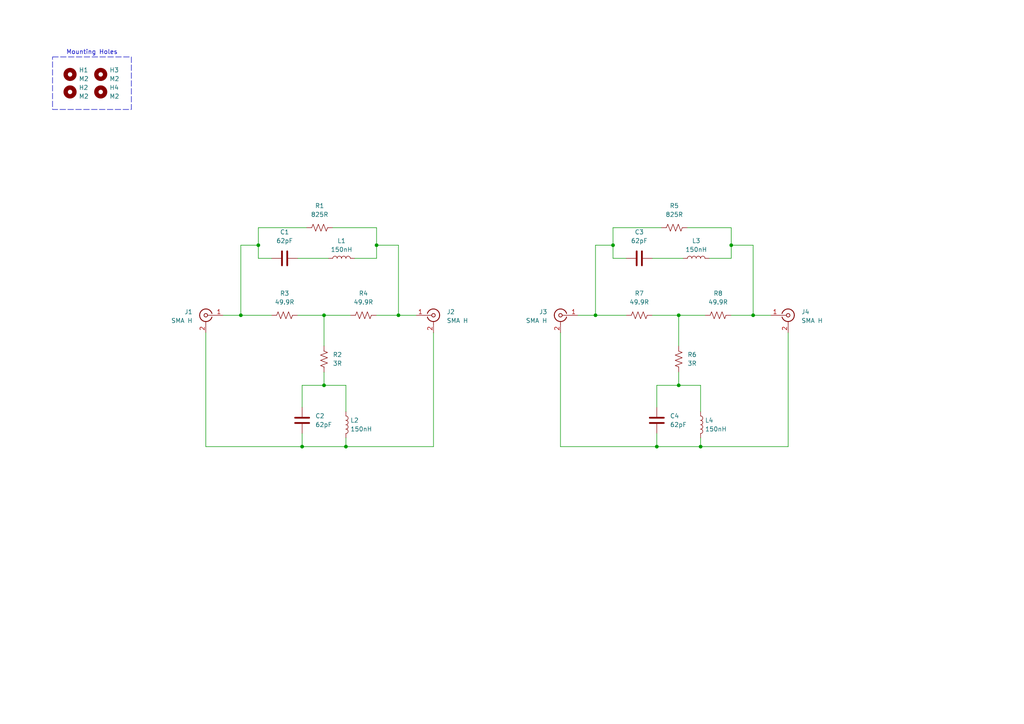
<source format=kicad_sch>
(kicad_sch (version 20231120) (generator "eeschema") (generator_version "8.0")
  (paper "A4")
  (title_block (title "Filtro de preenfasis") (date "2025-01-06") (rev "v1.1") (company "Cotti Nicolas Gabriel") (comment 1 "ncotti@frba.utn.edu.ar"))
  (lib_symbols
    (symbol "Connector:Conn_Coaxial" (pin_names (offset 1.016) hide)
      (property "Reference" "J" (at 0.254 3.048 0))
      (property "Value" "Conn_Coaxial" (at 2.921 0 90))
      (symbol "Conn_Coaxial_0_1"
        (arc (start -1.778 -0.508) (mid 0.2311 -1.8066) (end 1.778 0) (stroke (width 0.254)))
        (polyline (pts (xy -2.54 0) (xy -0.508 0)))
        (polyline (pts (xy 0 -2.54) (xy 0 -1.778)))
        (circle (center 0 0) (radius 0.508) (stroke (width 0.2032)))
        (arc (start 1.778 0) (mid 0.2099 1.8101) (end -1.778 0.508) (stroke (width 0.254)))
      )
      (symbol "Conn_Coaxial_1_1"
        (pin passive line (at -5.08 0 0) (length 2.54) (name "In") (number "1"))
        (pin passive line (at 0 -5.08 90) (length 2.54) (name "Ext") (number "2"))
      )
    )
    (symbol "Device:C" (pin_numbers hide) (pin_names (offset 0.254))
      (property "Reference" "C" (at 0.635 2.54 0))
      (property "Value" "C" (at 0.635 -2.54 0))
      (symbol "C_0_1"
        (polyline (pts (xy -2.032 -0.762) (xy 2.032 -0.762)) (stroke (width 0.508)))
        (polyline (pts (xy -2.032 0.762) (xy 2.032 0.762)) (stroke (width 0.508)))
      )
      (symbol "C_1_1"
        (pin passive line (at 0 3.81 270) (length 2.794) (name "~") (number "1"))
        (pin passive line (at 0 -3.81 90) (length 2.794) (name "~") (number "2"))
      )
    )
    (symbol "Device:L" (pin_numbers hide) (pin_names (offset 1.016) hide)
      (property "Reference" "L" (at -1.27 0 90))
      (property "Value" "L" (at 1.905 0 90))
      (symbol "L_0_1"
        (arc (start 0 -2.54) (mid 0.6323 -1.905) (end 0 -1.27))
        (arc (start 0 -1.27) (mid 0.6323 -0.635) (end 0 0))
        (arc (start 0 0) (mid 0.6323 0.635) (end 0 1.27))
        (arc (start 0 1.27) (mid 0.6323 1.905) (end 0 2.54))
      )
      (symbol "L_1_1"
        (pin passive line (at 0 3.81 270) (length 1.27) (name "1") (number "1"))
        (pin passive line (at 0 -3.81 90) (length 1.27) (name "2") (number "2"))
      )
    )
    (symbol "Device:R_US" (pin_numbers hide) (pin_names (offset 0))
      (property "Reference" "R" (at 2.54 0 90))
      (property "Value" "R_US" (at -2.54 0 90))
      (symbol "R_US_0_1"
        (polyline (pts (xy 0 -2.286) (xy 0 -2.54)))
        (polyline (pts (xy 0 2.286) (xy 0 2.54)))
        (polyline (pts (xy 0 -0.762) (xy 1.016 -1.143) (xy 0 -1.524) (xy -1.016 -1.905) (xy 0 -2.286)))
        (polyline (pts (xy 0 0.762) (xy 1.016 0.381) (xy 0 0) (xy -1.016 -0.381) (xy 0 -0.762)))
        (polyline (pts (xy 0 2.286) (xy 1.016 1.905) (xy 0 1.524) (xy -1.016 1.143) (xy 0 0.762)))
      )
      (symbol "R_US_1_1"
        (pin passive line (at 0 3.81 270) (length 1.27) (name "~") (number "1"))
        (pin passive line (at 0 -3.81 90) (length 1.27) (name "~") (number "2"))
      )
    )
    (symbol "Mechanical:MountingHole" (pin_names (offset 1.016))
      (property "Reference" "H" (at 0 5.08 0))
      (property "Value" "MountingHole" (at 0 3.175 0))
      (symbol "MountingHole_0_1"
        (circle (center 0 0) (radius 1.27) (stroke (width 1.27)))
      )
    )
  )
  (junction (at 203.2 129.54))
  (junction (at 190.5 129.54))
  (junction (at 93.98 111.76))
  (junction (at 69.85 91.44))
  (junction (at 109.22 71.12))
  (junction (at 74.93 71.12))
  (junction (at 172.72 91.44))
  (junction (at 100.33 129.54))
  (junction (at 218.44 91.44))
  (junction (at 93.98 91.44))
  (junction (at 212.09 71.12))
  (junction (at 196.85 91.44))
  (junction (at 177.8 71.12))
  (junction (at 196.85 111.76))
  (junction (at 87.63 129.54))
  (junction (at 115.57 91.44))
  (wire (pts (xy 102.87 74.93) (xy 109.22 74.93)))
  (wire (pts (xy 69.85 91.44) (xy 69.85 71.12)))
  (wire (pts (xy 125.73 129.54) (xy 125.73 96.52)))
  (wire (pts (xy 172.72 91.44) (xy 172.72 71.12)))
  (wire (pts (xy 223.52 91.44) (xy 218.44 91.44)))
  (wire (pts (xy 100.33 111.76) (xy 100.33 119.38)))
  (wire (pts (xy 218.44 71.12) (xy 218.44 91.44)))
  (wire (pts (xy 109.22 71.12) (xy 115.57 71.12)))
  (wire (pts (xy 191.77 66.04) (xy 177.8 66.04)))
  (wire (pts (xy 109.22 71.12) (xy 109.22 66.04)))
  (wire (pts (xy 109.22 74.93) (xy 109.22 71.12)))
  (wire (pts (xy 196.85 107.95) (xy 196.85 111.76)))
  (wire (pts (xy 59.69 96.52) (xy 59.69 129.54)))
  (wire (pts (xy 205.74 74.93) (xy 212.09 74.93)))
  (wire (pts (xy 190.5 118.11) (xy 190.5 111.76)))
  (wire (pts (xy 87.63 118.11) (xy 87.63 111.76)))
  (wire (pts (xy 96.52 66.04) (xy 109.22 66.04)))
  (wire (pts (xy 203.2 127) (xy 203.2 129.54)))
  (wire (pts (xy 93.98 111.76) (xy 100.33 111.76)))
  (wire (pts (xy 189.23 91.44) (xy 196.85 91.44)))
  (wire (pts (xy 93.98 107.95) (xy 93.98 111.76)))
  (wire (pts (xy 167.64 91.44) (xy 172.72 91.44)))
  (wire (pts (xy 74.93 71.12) (xy 74.93 74.93)))
  (wire (pts (xy 93.98 91.44) (xy 101.6 91.44)))
  (wire (pts (xy 86.36 91.44) (xy 93.98 91.44)))
  (wire (pts (xy 93.98 91.44) (xy 93.98 100.33)))
  (wire (pts (xy 59.69 129.54) (xy 87.63 129.54)))
  (wire (pts (xy 87.63 125.73) (xy 87.63 129.54)))
  (wire (pts (xy 196.85 91.44) (xy 204.47 91.44)))
  (wire (pts (xy 212.09 71.12) (xy 218.44 71.12)))
  (wire (pts (xy 177.8 71.12) (xy 177.8 74.93)))
  (wire (pts (xy 86.36 74.93) (xy 95.25 74.93)))
  (wire (pts (xy 100.33 127) (xy 100.33 129.54)))
  (wire (pts (xy 190.5 111.76) (xy 196.85 111.76)))
  (wire (pts (xy 69.85 71.12) (xy 74.93 71.12)))
  (wire (pts (xy 74.93 66.04) (xy 74.93 71.12)))
  (wire (pts (xy 172.72 91.44) (xy 181.61 91.44)))
  (wire (pts (xy 196.85 111.76) (xy 203.2 111.76)))
  (wire (pts (xy 189.23 74.93) (xy 198.12 74.93)))
  (wire (pts (xy 162.56 96.52) (xy 162.56 129.54)))
  (wire (pts (xy 212.09 74.93) (xy 212.09 71.12)))
  (wire (pts (xy 212.09 71.12) (xy 212.09 66.04)))
  (wire (pts (xy 203.2 111.76) (xy 203.2 119.38)))
  (wire (pts (xy 212.09 91.44) (xy 218.44 91.44)))
  (wire (pts (xy 190.5 129.54) (xy 203.2 129.54)))
  (wire (pts (xy 87.63 129.54) (xy 100.33 129.54)))
  (wire (pts (xy 199.39 66.04) (xy 212.09 66.04)))
  (wire (pts (xy 64.77 91.44) (xy 69.85 91.44)))
  (wire (pts (xy 190.5 125.73) (xy 190.5 129.54)))
  (wire (pts (xy 109.22 91.44) (xy 115.57 91.44)))
  (wire (pts (xy 88.9 66.04) (xy 74.93 66.04)))
  (wire (pts (xy 69.85 91.44) (xy 78.74 91.44)))
  (wire (pts (xy 87.63 111.76) (xy 93.98 111.76)))
  (wire (pts (xy 203.2 129.54) (xy 228.6 129.54)))
  (wire (pts (xy 74.93 74.93) (xy 78.74 74.93)))
  (wire (pts (xy 228.6 129.54) (xy 228.6 96.52)))
  (wire (pts (xy 100.33 129.54) (xy 125.73 129.54)))
  (wire (pts (xy 172.72 71.12) (xy 177.8 71.12)))
  (wire (pts (xy 120.65 91.44) (xy 115.57 91.44)))
  (wire (pts (xy 177.8 74.93) (xy 181.61 74.93)))
  (wire (pts (xy 115.57 71.12) (xy 115.57 91.44)))
  (wire (pts (xy 177.8 66.04) (xy 177.8 71.12)))
  (wire (pts (xy 196.85 91.44) (xy 196.85 100.33)))
  (wire (pts (xy 162.56 129.54) (xy 190.5 129.54)))
  (rectangle (start 15.24 16.51) (end 38.1 31.75) (stroke (width 0) (type dash)))
  (text "Mounting Holes" (at 26.67 15.24 0) (effects (font (size 1.27 1.27))))
  (symbol (lib_id "Device:C") (at 87.63 121.92 180) (unit 1)
    (property "Reference" "C2" (at 91.44 120.6499 0) (effects (justify right)))
    (property "Value" "62pF" (at 91.44 123.1899 0) (effects (justify right)))
    (property "Footprint" "Capacitor_SMD:C_0603_1608Metric_Pad1.08x0.95mm_HandSolder" (effects (hide yes)))
    (property "Datasheet" "https://ar.mouser.com/datasheet/2/447/upy_np0x7r_mv_100_to_630v-3461223.pdf" (effects (hide yes)))
    (property "Description" "Unpolarized capacitor" (effects (hide yes)))
    (property "Manufacturer" "YAGEO" (effects (hide yes)))
    (property "Manufacturer P/N" "CC0603JRNPO9BN620" (effects (hide yes)))
    (property "Mouser P/N" "603-CC603JRNPO9BN620" (effects (hide yes)))
    (property "Note" "50V 5%" (effects (hide yes)))
  )
  (symbol (lib_id "Connector:Conn_Coaxial") (at 162.56 91.44 0) (mirror y) (unit 1)
    (property "Reference" "J3" (at 158.75 90.4631 0) (effects (justify left)))
    (property "Value" "SMA H" (at 158.75 93.0031 0) (effects (justify left)))
    (property "Footprint" "Connector_Coaxial:SMA_Samtec_SMA-J-P-X-ST-EM1_EdgeMount" (effects (hide yes)))
    (property "Datasheet" "https://drive.google.com/file/d/1v1HqqVMyMLDkzMx-gRobRVSho1jsaMUK/view?usp=drive_link" (effects (hide yes)))
    (property "Description" "coaxial connector (BNC, SMA, SMB, SMC, Cinch/RCA, LEMO, ...)" (effects (hide yes)))
    (property "Manufacturer" "SMA-KE1.2mm" (effects (hide yes)))
    (property "Manufacturer P/N" "Electrocomponentes" (effects (hide yes)))
    (property "Mouser P/N" "N/A" (effects (hide yes)))
  )
  (symbol (lib_id "Device:R_US") (at 93.98 104.14 0) (unit 1)
    (property "Reference" "R2" (at 96.52 102.8699 0) (effects (justify left)))
    (property "Value" "3R" (at 96.52 105.4099 0) (effects (justify left)))
    (property "Footprint" "Resistor_SMD:R_0603_1608Metric_Pad0.98x0.95mm_HandSolder" (effects (hide yes)))
    (property "Datasheet" "https://ar.mouser.com/datasheet/2/447/PYu_RT_1_to_0_01_RoHS_L_15-3461507.pdf" (effects (hide yes)))
    (property "Description" "Resistor, US symbol" (effects (hide yes)))
    (property "Manufacturer" "YAGEO" (effects (hide yes)))
    (property "Manufacturer P/N" "RT0603FRE073RL" (effects (hide yes)))
    (property "Mouser P/N" "603-RT0603FRE073RL" (effects (hide yes)))
    (property "Note" "Thin F 1% 1/10W" (effects (hide yes)))
  )
  (symbol (lib_id "Connector:Conn_Coaxial") (at 228.6 91.44 0) (unit 1)
    (property "Reference" "J4" (at 232.41 90.4631 0) (effects (justify left)))
    (property "Value" "SMA H" (at 232.41 93.0031 0) (effects (justify left)))
    (property "Footprint" "Connector_Coaxial:SMA_Samtec_SMA-J-P-X-ST-EM1_EdgeMount" (effects (hide yes)))
    (property "Datasheet" "https://drive.google.com/file/d/1v1HqqVMyMLDkzMx-gRobRVSho1jsaMUK/view?usp=drive_link" (effects (hide yes)))
    (property "Description" "coaxial connector (BNC, SMA, SMB, SMC, Cinch/RCA, LEMO, ...)" (effects (hide yes)))
    (property "Manufacturer" "SMA-KE1.2mm" (effects (hide yes)))
    (property "Manufacturer P/N" "Electrocomponentes" (effects (hide yes)))
    (property "Mouser P/N" "N/A" (effects (hide yes)))
  )
  (symbol (lib_id "Device:C") (at 185.42 74.93 90) (unit 1)
    (property "Reference" "C3" (at 185.42 67.31 90))
    (property "Value" "62pF" (at 185.42 69.85 90))
    (property "Footprint" "Capacitor_SMD:C_0603_1608Metric_Pad1.08x0.95mm_HandSolder" (effects (hide yes)))
    (property "Datasheet" "https://ar.mouser.com/datasheet/2/447/upy_np0x7r_mv_100_to_630v-3461223.pdf" (effects (hide yes)))
    (property "Description" "Unpolarized capacitor" (effects (hide yes)))
    (property "Manufacturer" "YAGEO" (effects (hide yes)))
    (property "Manufacturer P/N" "CC0603JRNPO9BN620" (effects (hide yes)))
    (property "Mouser P/N" "603-CC603JRNPO9BN620" (effects (hide yes)))
    (property "Note" "50V 5%" (effects (hide yes)))
  )
  (symbol (lib_id "Device:R_US") (at 185.42 91.44 90) (unit 1)
    (property "Reference" "R7" (at 185.42 85.09 90))
    (property "Value" "49.9R" (at 185.42 87.63 90))
    (property "Footprint" "Resistor_SMD:R_0603_1608Metric_Pad0.98x0.95mm_HandSolder" (effects (hide yes)))
    (property "Datasheet" "https://ar.mouser.com/datasheet/2/447/PYu_RT_1_to_0_01_RoHS_L_15-3461507.pdf" (effects (hide yes)))
    (property "Description" "Resistor, US symbol" (effects (hide yes)))
    (property "Manufacturer" "YAGEO" (effects (hide yes)))
    (property "Manufacturer P/N" " RT0603FRE0749R9L" (effects (hide yes)))
    (property "Mouser P/N" "603-RT0603FRE0749R9L" (effects (hide yes)))
    (property "Note" "Thin Film 1% 1/10W" (effects (hide yes)))
  )
  (symbol (lib_id "Device:R_US") (at 208.28 91.44 90) (unit 1)
    (property "Reference" "R8" (at 208.28 85.09 90))
    (property "Value" "49.9R" (at 208.28 87.63 90))
    (property "Footprint" "Resistor_SMD:R_0603_1608Metric_Pad0.98x0.95mm_HandSolder" (effects (hide yes)))
    (property "Datasheet" "https://ar.mouser.com/datasheet/2/447/PYu_RT_1_to_0_01_RoHS_L_15-3461507.pdf" (effects (hide yes)))
    (property "Description" "Resistor, US symbol" (effects (hide yes)))
    (property "Manufacturer" "YAGEO" (effects (hide yes)))
    (property "Manufacturer P/N" " RT0603FRE0749R9L" (effects (hide yes)))
    (property "Mouser P/N" "603-RT0603FRE0749R9L" (effects (hide yes)))
    (property "Note" "Thin Film 1% 1/10W" (effects (hide yes)))
  )
  (symbol (lib_id "Device:R_US") (at 92.71 66.04 90) (unit 1)
    (property "Reference" "R1" (at 92.71 59.69 90))
    (property "Value" "825R" (at 92.71 62.23 90))
    (property "Footprint" "Resistor_SMD:R_0603_1608Metric_Pad0.98x0.95mm_HandSolder" (effects (hide yes)))
    (property "Datasheet" "https://ar.mouser.com/datasheet/2/447/PYu_RT_1_to_0_01_RoHS_L_15-3461507.pdf" (effects (hide yes)))
    (property "Description" "Resistor, US symbol" (effects (hide yes)))
    (property "Manufacturer" "YAGEO" (effects (hide yes)))
    (property "Manufacturer P/N" " RT0603FRE07825RL" (effects (hide yes)))
    (property "Mouser P/N" "603-RT0603FRE07825RL" (effects (hide yes)))
    (property "Note" "Thin F 1% 1/10W" (effects (hide yes)))
  )
  (symbol (lib_id "Device:C") (at 82.55 74.93 90) (unit 1)
    (property "Reference" "C1" (at 82.55 67.31 90))
    (property "Value" "62pF" (at 82.55 69.85 90))
    (property "Footprint" "Capacitor_SMD:C_0603_1608Metric_Pad1.08x0.95mm_HandSolder" (effects (hide yes)))
    (property "Datasheet" "https://ar.mouser.com/datasheet/2/447/upy_np0x7r_mv_100_to_630v-3461223.pdf" (effects (hide yes)))
    (property "Description" "Unpolarized capacitor" (effects (hide yes)))
    (property "Manufacturer" "YAGEO" (effects (hide yes)))
    (property "Manufacturer P/N" "CC0603JRNPO9BN620" (effects (hide yes)))
    (property "Mouser P/N" "603-CC603JRNPO9BN620" (effects (hide yes)))
    (property "Note" "50V 5%" (effects (hide yes)))
  )
  (symbol (lib_id "Mechanical:MountingHole") (at 29.21 26.67 0) (unit 1)
    (property "Reference" "H4" (at 31.75 25.3999 0) (effects (justify left)))
    (property "Value" "M2" (at 31.75 27.9399 0) (effects (justify left)))
    (property "Footprint" "MountingHole:MountingHole_2.2mm_M2_ISO7380" (effects (hide yes)))
    (property "Datasheet" "N/A" (effects (hide yes)))
    (property "Description" "Mounting Hole without connection" (effects (hide yes)))
    (property "Manufacturer" "N/A" (effects (hide yes)))
    (property "Manufacturer P/N" "N/A" (effects (hide yes)))
    (property "Mouser P/N" "N/A" (effects (hide yes)))
  )
  (symbol (lib_id "Device:L") (at 99.06 74.93 90) (unit 1)
    (property "Reference" "L1" (at 99.06 69.85 90))
    (property "Value" "150nH" (at 99.06 72.39 90))
    (property "Footprint" "Inductor_SMD:L_0603_1608Metric_Pad1.05x0.95mm_HandSolder" (effects (hide yes)))
    (property "Datasheet" "https://product.tdk.com/system/files/dam/doc/product/inductor/inductor/smd/catalog/inductor_commercial_standard_mlj1608_en.pdf?ref_disty=mouser" (effects (hide yes)))
    (property "Description" "Inductor" (effects (hide yes)))
    (property "Manufacturer" "TDK" (effects (hide yes)))
    (property "Manufacturer P/N" " MLJ1608WR15JT000" (effects (hide yes)))
    (property "Mouser P/N" "810-MLJ1608WR15JT000" (effects (hide yes)))
    (property "Note" "5% 0.16R" (effects (hide yes)))
  )
  (symbol (lib_id "Device:C") (at 190.5 121.92 180) (unit 1)
    (property "Reference" "C4" (at 194.31 120.6499 0) (effects (justify right)))
    (property "Value" "62pF" (at 194.31 123.1899 0) (effects (justify right)))
    (property "Footprint" "Capacitor_SMD:C_0603_1608Metric_Pad1.08x0.95mm_HandSolder" (effects (hide yes)))
    (property "Datasheet" "https://ar.mouser.com/datasheet/2/447/upy_np0x7r_mv_100_to_630v-3461223.pdf" (effects (hide yes)))
    (property "Description" "Unpolarized capacitor" (effects (hide yes)))
    (property "Manufacturer" "YAGEO" (effects (hide yes)))
    (property "Manufacturer P/N" "CC0603JRNPO9BN620" (effects (hide yes)))
    (property "Mouser P/N" "603-CC603JRNPO9BN620" (effects (hide yes)))
    (property "Note" "50V 5%" (effects (hide yes)))
  )
  (symbol (lib_id "Connector:Conn_Coaxial") (at 125.73 91.44 0) (unit 1)
    (property "Reference" "J2" (at 129.54 90.4631 0) (effects (justify left)))
    (property "Value" "SMA H" (at 129.54 93.0031 0) (effects (justify left)))
    (property "Footprint" "Connector_Coaxial:SMA_Samtec_SMA-J-P-X-ST-EM1_EdgeMount" (effects (hide yes)))
    (property "Datasheet" "https://drive.google.com/file/d/1v1HqqVMyMLDkzMx-gRobRVSho1jsaMUK/view?usp=drive_link" (effects (hide yes)))
    (property "Description" "coaxial connector (BNC, SMA, SMB, SMC, Cinch/RCA, LEMO, ...)" (effects (hide yes)))
    (property "Manufacturer" "SMA-KE1.2mm" (effects (hide yes)))
    (property "Manufacturer P/N" "Electrocomponentes" (effects (hide yes)))
    (property "Mouser P/N" "N/A" (effects (hide yes)))
  )
  (symbol (lib_id "Mechanical:MountingHole") (at 20.32 21.59 0) (unit 1)
    (property "Reference" "H1" (at 22.86 20.3199 0) (effects (justify left)))
    (property "Value" "M2" (at 22.86 22.8599 0) (effects (justify left)))
    (property "Footprint" "MountingHole:MountingHole_2.2mm_M2_ISO7380" (effects (hide yes)))
    (property "Datasheet" "N/A" (effects (hide yes)))
    (property "Description" "Mounting Hole without connection" (effects (hide yes)))
    (property "Manufacturer" "N/A" (effects (hide yes)))
    (property "Manufacturer P/N" "N/A" (effects (hide yes)))
    (property "Mouser P/N" "N/A" (effects (hide yes)))
  )
  (symbol (lib_id "Mechanical:MountingHole") (at 29.21 21.59 0) (unit 1)
    (property "Reference" "H3" (at 31.75 20.3199 0) (effects (justify left)))
    (property "Value" "M2" (at 31.75 22.8599 0) (effects (justify left)))
    (property "Footprint" "MountingHole:MountingHole_2.2mm_M2_ISO7380" (effects (hide yes)))
    (property "Datasheet" "N/A" (effects (hide yes)))
    (property "Description" "Mounting Hole without connection" (effects (hide yes)))
    (property "Manufacturer" "N/A" (effects (hide yes)))
    (property "Manufacturer P/N" "N/A" (effects (hide yes)))
    (property "Mouser P/N" "N/A" (effects (hide yes)))
  )
  (symbol (lib_id "Device:R_US") (at 195.58 66.04 90) (unit 1)
    (property "Reference" "R5" (at 195.58 59.69 90))
    (property "Value" "825R" (at 195.58 62.23 90))
    (property "Footprint" "Resistor_SMD:R_0603_1608Metric_Pad0.98x0.95mm_HandSolder" (effects (hide yes)))
    (property "Datasheet" "https://ar.mouser.com/datasheet/2/447/PYu_RT_1_to_0_01_RoHS_L_15-3461507.pdf" (effects (hide yes)))
    (property "Description" "Resistor, US symbol" (effects (hide yes)))
    (property "Manufacturer" "YAGEO" (effects (hide yes)))
    (property "Manufacturer P/N" " RT0603FRE07825RL" (effects (hide yes)))
    (property "Mouser P/N" "603-RT0603FRE07825RL" (effects (hide yes)))
    (property "Note" "Thin F 1% 1/10W" (effects (hide yes)))
  )
  (symbol (lib_id "Device:R_US") (at 105.41 91.44 90) (unit 1)
    (property "Reference" "R4" (at 105.41 85.09 90))
    (property "Value" "49.9R" (at 105.41 87.63 90))
    (property "Footprint" "Resistor_SMD:R_0603_1608Metric_Pad0.98x0.95mm_HandSolder" (effects (hide yes)))
    (property "Datasheet" "https://ar.mouser.com/datasheet/2/447/PYu_RT_1_to_0_01_RoHS_L_15-3461507.pdf" (effects (hide yes)))
    (property "Description" "Resistor, US symbol" (effects (hide yes)))
    (property "Manufacturer" "YAGEO" (effects (hide yes)))
    (property "Manufacturer P/N" " RT0603FRE0749R9L" (effects (hide yes)))
    (property "Mouser P/N" "603-RT0603FRE0749R9L" (effects (hide yes)))
    (property "Note" "Thin Film 1% 1/10W" (effects (hide yes)))
  )
  (symbol (lib_id "Connector:Conn_Coaxial") (at 59.69 91.44 0) (mirror y) (unit 1)
    (property "Reference" "J1" (at 55.88 90.4631 0) (effects (justify left)))
    (property "Value" "SMA H" (at 55.88 93.0031 0) (effects (justify left)))
    (property "Footprint" "Connector_Coaxial:SMA_Samtec_SMA-J-P-X-ST-EM1_EdgeMount" (effects (hide yes)))
    (property "Datasheet" "https://drive.google.com/file/d/1v1HqqVMyMLDkzMx-gRobRVSho1jsaMUK/view?usp=drive_link" (effects (hide yes)))
    (property "Description" "coaxial connector (BNC, SMA, SMB, SMC, Cinch/RCA, LEMO, ...)" (effects (hide yes)))
    (property "Manufacturer" "SMA-KE1.2mm" (effects (hide yes)))
    (property "Manufacturer P/N" "Electrocomponentes" (effects (hide yes)))
    (property "Mouser P/N" "N/A" (effects (hide yes)))
  )
  (symbol (lib_id "Device:R_US") (at 196.85 104.14 0) (unit 1)
    (property "Reference" "R6" (at 199.39 102.8699 0) (effects (justify left)))
    (property "Value" "3R" (at 199.39 105.4099 0) (effects (justify left)))
    (property "Footprint" "Resistor_SMD:R_0603_1608Metric_Pad0.98x0.95mm_HandSolder" (effects (hide yes)))
    (property "Datasheet" "https://ar.mouser.com/datasheet/2/447/PYu_RT_1_to_0_01_RoHS_L_15-3461507.pdf" (effects (hide yes)))
    (property "Description" "Resistor, US symbol" (effects (hide yes)))
    (property "Manufacturer" "YAGEO" (effects (hide yes)))
    (property "Manufacturer P/N" "RT0603FRE073RL" (effects (hide yes)))
    (property "Mouser P/N" "603-RT0603FRE073RL" (effects (hide yes)))
    (property "Note" "Thin F 1% 1/10W" (effects (hide yes)))
  )
  (symbol (lib_id "Device:L") (at 203.2 123.19 0) (unit 1)
    (property "Reference" "L4" (at 204.47 121.9199 0) (effects (justify left)))
    (property "Value" "150nH" (at 204.47 124.4599 0) (effects (justify left)))
    (property "Footprint" "Inductor_SMD:L_0603_1608Metric_Pad1.05x0.95mm_HandSolder" (effects (hide yes)))
    (property "Datasheet" "https://product.tdk.com/system/files/dam/doc/product/inductor/inductor/smd/catalog/inductor_commercial_standard_mlj1608_en.pdf?ref_disty=mouser" (effects (hide yes)))
    (property "Description" "Inductor" (effects (hide yes)))
    (property "Manufacturer" "TDK" (effects (hide yes)))
    (property "Manufacturer P/N" " MLJ1608WR15JT000" (effects (hide yes)))
    (property "Mouser P/N" "810-MLJ1608WR15JT000" (effects (hide yes)))
    (property "Note" "5% 0.16R" (effects (hide yes)))
  )
  (symbol (lib_id "Device:L") (at 100.33 123.19 0) (unit 1)
    (property "Reference" "L2" (at 101.6 121.9199 0) (effects (justify left)))
    (property "Value" "150nH" (at 101.6 124.4599 0) (effects (justify left)))
    (property "Footprint" "Inductor_SMD:L_0603_1608Metric_Pad1.05x0.95mm_HandSolder" (effects (hide yes)))
    (property "Datasheet" "https://product.tdk.com/system/files/dam/doc/product/inductor/inductor/smd/catalog/inductor_commercial_standard_mlj1608_en.pdf?ref_disty=mouser" (effects (hide yes)))
    (property "Description" "Inductor" (effects (hide yes)))
    (property "Manufacturer" "TDK" (effects (hide yes)))
    (property "Manufacturer P/N" " MLJ1608WR15JT000" (effects (hide yes)))
    (property "Mouser P/N" "810-MLJ1608WR15JT000" (effects (hide yes)))
    (property "Note" "5% 0.16R" (effects (hide yes)))
  )
  (symbol (lib_id "Device:R_US") (at 82.55 91.44 90) (unit 1)
    (property "Reference" "R3" (at 82.55 85.09 90))
    (property "Value" "49.9R" (at 82.55 87.63 90))
    (property "Footprint" "Resistor_SMD:R_0603_1608Metric_Pad0.98x0.95mm_HandSolder" (effects (hide yes)))
    (property "Datasheet" "https://ar.mouser.com/datasheet/2/447/PYu_RT_1_to_0_01_RoHS_L_15-3461507.pdf" (effects (hide yes)))
    (property "Description" "Resistor, US symbol" (effects (hide yes)))
    (property "Manufacturer" "YAGEO" (effects (hide yes)))
    (property "Manufacturer P/N" " RT0603FRE0749R9L" (effects (hide yes)))
    (property "Mouser P/N" "603-RT0603FRE0749R9L" (effects (hide yes)))
    (property "Note" "Thin Film 1% 1/10W" (effects (hide yes)))
  )
  (symbol (lib_id "Mechanical:MountingHole") (at 20.32 26.67 0) (unit 1)
    (property "Reference" "H2" (at 22.86 25.3999 0) (effects (justify left)))
    (property "Value" "M2" (at 22.86 27.9399 0) (effects (justify left)))
    (property "Footprint" "MountingHole:MountingHole_2.2mm_M2_ISO7380" (effects (hide yes)))
    (property "Datasheet" "N/A" (effects (hide yes)))
    (property "Description" "Mounting Hole without connection" (effects (hide yes)))
    (property "Manufacturer" "N/A" (effects (hide yes)))
    (property "Manufacturer P/N" "N/A" (effects (hide yes)))
    (property "Mouser P/N" "N/A" (effects (hide yes)))
  )
  (symbol (lib_id "Device:L") (at 201.93 74.93 90) (unit 1)
    (property "Reference" "L3" (at 201.93 69.85 90))
    (property "Value" "150nH" (at 201.93 72.39 90))
    (property "Footprint" "Inductor_SMD:L_0603_1608Metric_Pad1.05x0.95mm_HandSolder" (effects (hide yes)))
    (property "Datasheet" "https://product.tdk.com/system/files/dam/doc/product/inductor/inductor/smd/catalog/inductor_commercial_standard_mlj1608_en.pdf?ref_disty=mouser" (effects (hide yes)))
    (property "Description" "Inductor" (effects (hide yes)))
    (property "Manufacturer" "TDK" (effects (hide yes)))
    (property "Manufacturer P/N" " MLJ1608WR15JT000" (effects (hide yes)))
    (property "Mouser P/N" "810-MLJ1608WR15JT000" (effects (hide yes)))
    (property "Note" "5% 0.16R" (effects (hide yes)))
  )
)
</source>
